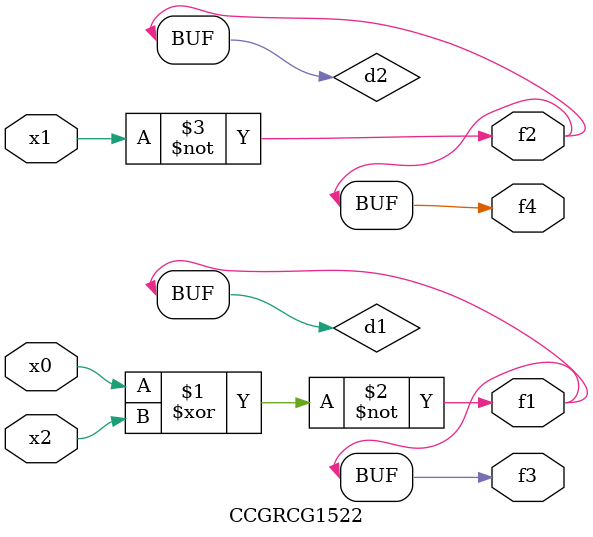
<source format=v>
module CCGRCG1522(
	input x0, x1, x2,
	output f1, f2, f3, f4
);

	wire d1, d2, d3;

	xnor (d1, x0, x2);
	nand (d2, x1);
	nor (d3, x1, x2);
	assign f1 = d1;
	assign f2 = d2;
	assign f3 = d1;
	assign f4 = d2;
endmodule

</source>
